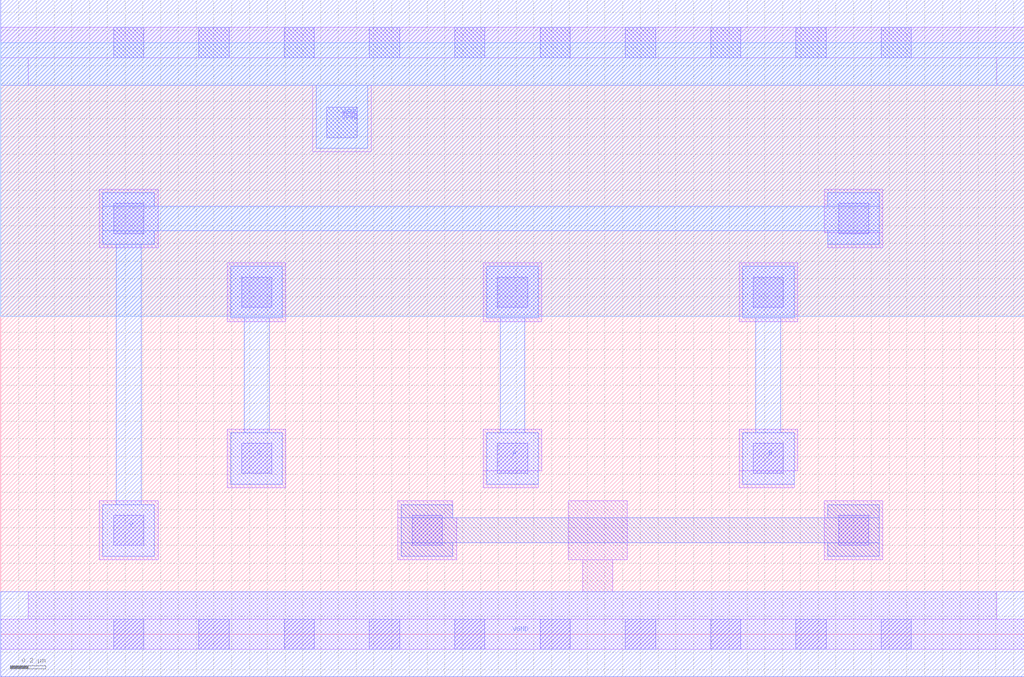
<source format=lef>
VERSION 5.7 ;
  NOWIREEXTENSIONATPIN ON ;
  DIVIDERCHAR "/" ;
  BUSBITCHARS "[]" ;
MACRO OAI21X1
  CLASS CORE ;
  FOREIGN OAI21X1 ;
  ORIGIN 0.000 0.000 ;
  SIZE 5.760 BY 3.330 ;
  SYMMETRY X Y ;
  SITE unit ;
  PIN A
    ANTENNAGATEAREA 0.189000 ;
    PORT
      LAYER met1 ;
        RECT 2.735 1.780 3.025 2.070 ;
        RECT 2.810 1.135 2.950 1.780 ;
        RECT 2.735 0.845 3.025 1.135 ;
    END
  END A
  PIN B
    ANTENNAGATEAREA 0.189000 ;
    PORT
      LAYER met1 ;
        RECT 4.175 1.780 4.465 2.070 ;
        RECT 4.250 1.135 4.390 1.780 ;
        RECT 4.175 0.845 4.465 1.135 ;
    END
  END B
  PIN C
    ANTENNAGATEAREA 0.189000 ;
    PORT
      LAYER met1 ;
        RECT 1.295 1.780 1.585 2.070 ;
        RECT 1.370 1.135 1.510 1.780 ;
        RECT 1.295 0.845 1.585 1.135 ;
    END
  END C
  PIN VGND
    ANTENNADIFFAREA 0.562100 ;
    PORT
      LAYER met1 ;
        RECT 0.000 -0.240 5.760 0.240 ;
    END
    PORT
      LAYER met1 ;
        RECT 0.000 3.090 5.760 3.570 ;
        RECT 1.775 2.735 2.065 3.090 ;
    END
  END VGND
  PIN VPWR
    ANTENNADIFFAREA 1.083600 ;
    PORT
      LAYER li1 ;
        RECT 0.000 3.245 5.760 3.415 ;
        RECT 0.155 3.090 5.605 3.245 ;
        RECT 1.755 2.715 2.085 3.090 ;
      LAYER mcon ;
        RECT 0.635 3.245 0.805 3.415 ;
        RECT 1.115 3.245 1.285 3.415 ;
        RECT 1.595 3.245 1.765 3.415 ;
        RECT 2.075 3.245 2.245 3.415 ;
        RECT 2.555 3.245 2.725 3.415 ;
        RECT 3.035 3.245 3.205 3.415 ;
        RECT 3.515 3.245 3.685 3.415 ;
        RECT 3.995 3.245 4.165 3.415 ;
        RECT 4.475 3.245 4.645 3.415 ;
        RECT 4.955 3.245 5.125 3.415 ;
        RECT 1.835 2.795 2.005 2.965 ;
    END
  END VPWR
  PIN Y
    ANTENNADIFFAREA 1.711200 ;
    PORT
      LAYER met1 ;
        RECT 0.575 2.410 0.865 2.485 ;
        RECT 4.655 2.410 4.945 2.485 ;
        RECT 0.575 2.270 4.945 2.410 ;
        RECT 0.575 2.195 0.865 2.270 ;
        RECT 4.655 2.195 4.945 2.270 ;
        RECT 0.650 0.730 0.790 2.195 ;
        RECT 0.575 0.440 0.865 0.730 ;
    END
  END Y
  OBS
      LAYER nwell ;
        RECT 0.000 1.790 5.760 3.330 ;
      LAYER li1 ;
        RECT 0.555 2.175 0.885 2.505 ;
        RECT 4.635 2.260 4.965 2.505 ;
        RECT 4.655 2.175 4.965 2.260 ;
        RECT 1.275 1.760 1.605 2.090 ;
        RECT 2.715 1.760 3.045 2.090 ;
        RECT 4.155 1.760 4.485 2.090 ;
        RECT 1.275 0.825 1.605 1.155 ;
        RECT 2.715 0.920 3.045 1.155 ;
        RECT 4.155 0.920 4.485 1.155 ;
        RECT 2.715 0.825 3.025 0.920 ;
        RECT 4.155 0.825 4.465 0.920 ;
        RECT 0.555 0.420 0.885 0.750 ;
        RECT 2.235 0.655 2.545 0.750 ;
        RECT 2.235 0.420 2.565 0.655 ;
        RECT 3.195 0.420 3.525 0.750 ;
        RECT 4.635 0.420 4.965 0.750 ;
        RECT 3.275 0.240 3.445 0.420 ;
        RECT 0.155 0.085 5.605 0.240 ;
        RECT 0.000 -0.085 5.760 0.085 ;
      LAYER mcon ;
        RECT 0.635 2.255 0.805 2.425 ;
        RECT 4.715 2.255 4.885 2.425 ;
        RECT 1.355 1.840 1.525 2.010 ;
        RECT 2.795 1.840 2.965 2.010 ;
        RECT 4.235 1.840 4.405 2.010 ;
        RECT 1.355 0.905 1.525 1.075 ;
        RECT 2.795 0.905 2.965 1.075 ;
        RECT 4.235 0.905 4.405 1.075 ;
        RECT 0.635 0.500 0.805 0.670 ;
        RECT 2.315 0.500 2.485 0.670 ;
        RECT 4.715 0.500 4.885 0.670 ;
        RECT 0.635 -0.085 0.805 0.085 ;
        RECT 1.115 -0.085 1.285 0.085 ;
        RECT 1.595 -0.085 1.765 0.085 ;
        RECT 2.075 -0.085 2.245 0.085 ;
        RECT 2.555 -0.085 2.725 0.085 ;
        RECT 3.035 -0.085 3.205 0.085 ;
        RECT 3.515 -0.085 3.685 0.085 ;
        RECT 3.995 -0.085 4.165 0.085 ;
        RECT 4.475 -0.085 4.645 0.085 ;
        RECT 4.955 -0.085 5.125 0.085 ;
      LAYER met1 ;
        RECT 2.255 0.655 2.545 0.730 ;
        RECT 4.655 0.655 4.945 0.730 ;
        RECT 2.255 0.515 4.945 0.655 ;
        RECT 2.255 0.440 2.545 0.515 ;
        RECT 4.655 0.440 4.945 0.515 ;
  END
END OAI21X1
END LIBRARY


</source>
